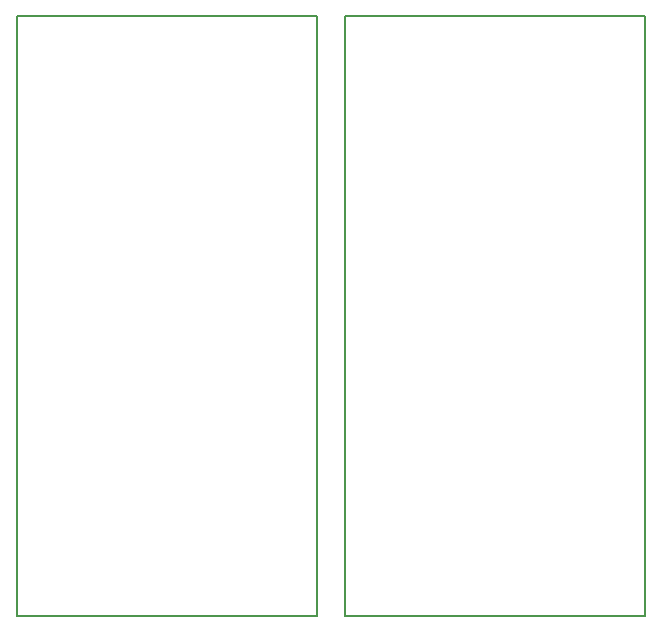
<source format=gbo>
G04 #@! TF.FileFunction,Legend,Bot*
%FSLAX46Y46*%
G04 Gerber Fmt 4.6, Leading zero omitted, Abs format (unit mm)*
G04 Created by KiCad (PCBNEW 4.0.4-stable) date Thursday, September 01, 2016 'PMt' 05:44:21 PM*
%MOMM*%
%LPD*%
G01*
G04 APERTURE LIST*
%ADD10C,0.100000*%
%ADD11C,0.150000*%
G04 APERTURE END LIST*
D10*
D11*
X104013000Y-155505212D02*
X104013000Y-206305212D01*
X129413000Y-155505212D02*
X104013000Y-155505212D01*
X129413000Y-206305212D02*
X129413000Y-155505212D01*
X104013000Y-206305212D02*
X129413000Y-206305212D01*
X76200000Y-155505212D02*
X76200000Y-206305212D01*
X101600000Y-155505212D02*
X76200000Y-155505212D01*
X101600000Y-206305212D02*
X101600000Y-155505212D01*
X76200000Y-206305212D02*
X101600000Y-206305212D01*
M02*

</source>
